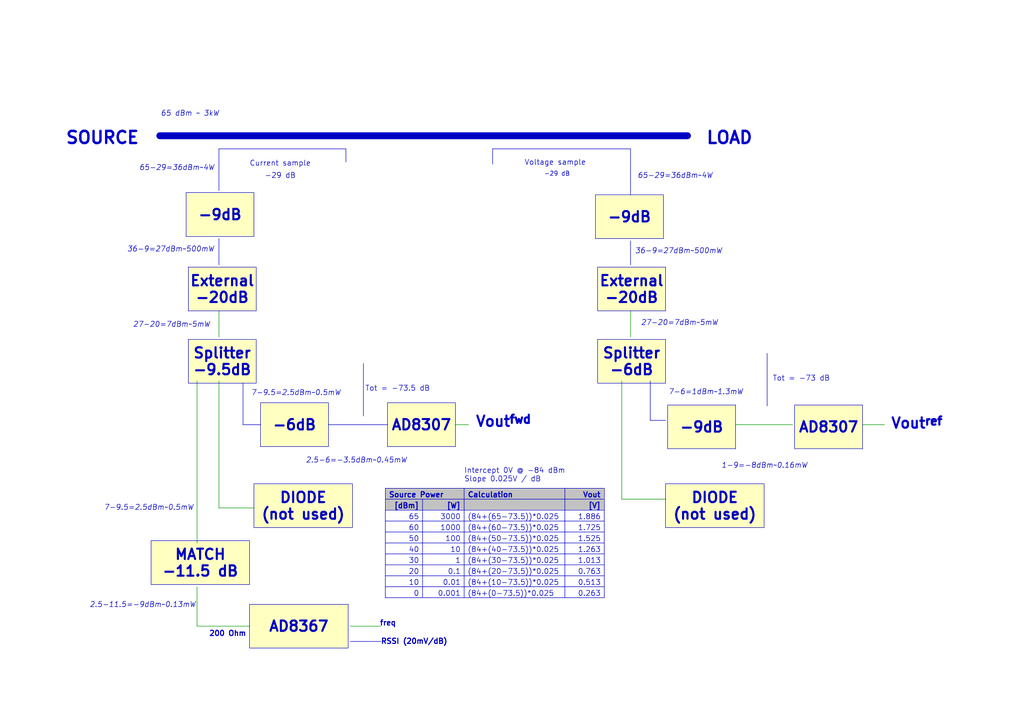
<source format=kicad_sch>
(kicad_sch
	(version 20250114)
	(generator "eeschema")
	(generator_version "9.0")
	(uuid "61fe1ef8-0db8-4ed9-ae67-881f48894fa7")
	(paper "A4")
	(lib_symbols)
	(text "36-9=27dBm~500mW"
		(exclude_from_sim no)
		(at 196.85 72.898 0)
		(effects
			(font
				(size 1.524 1.524)
				(italic yes)
			)
		)
		(uuid "0ef13c50-540e-49eb-9aac-e44673cf1654")
	)
	(text "7-6=1dBm~1.3mW"
		(exclude_from_sim no)
		(at 204.724 113.792 0)
		(effects
			(font
				(size 1.524 1.524)
				(italic yes)
			)
		)
		(uuid "16dd606a-6f27-4700-a950-5067a1430e99")
	)
	(text "RSSI (20mV/dB)"
		(exclude_from_sim no)
		(at 120.142 186.182 0)
		(effects
			(font
				(size 1.524 1.524)
				(thickness 0.3048)
				(bold yes)
			)
		)
		(uuid "192961c0-3c98-469e-9d9f-156af99643a7")
	)
	(text "Voltage sample"
		(exclude_from_sim no)
		(at 161.036 47.244 0)
		(effects
			(font
				(size 1.524 1.524)
			)
		)
		(uuid "1a245a6c-27e7-431d-87ce-56aa9844eb46")
	)
	(text "65 dBm ~ 3kW"
		(exclude_from_sim no)
		(at 55.118 33.02 0)
		(effects
			(font
				(size 1.524 1.524)
				(italic yes)
			)
		)
		(uuid "2e84081e-79c4-4560-bc0d-26597e88604a")
	)
	(text "SOURCE"
		(exclude_from_sim no)
		(at 29.718 40.132 0)
		(effects
			(font
				(size 3.5 3.5)
				(thickness 0.7)
				(bold yes)
			)
		)
		(uuid "43670893-7fd4-4998-950d-2e71082bb822")
	)
	(text "200 Ohm"
		(exclude_from_sim no)
		(at 66.04 183.896 0)
		(effects
			(font
				(size 1.524 1.524)
				(thickness 0.3048)
				(bold yes)
			)
		)
		(uuid "54e84358-9e81-403d-a78c-2e7b26960d9f")
	)
	(text "1-9=-8dBm~0.16mW"
		(exclude_from_sim no)
		(at 221.742 135.128 0)
		(effects
			(font
				(size 1.524 1.524)
				(italic yes)
			)
		)
		(uuid "5ce71685-e7b8-4cf8-991e-1b4b45bcde3d")
	)
	(text "2.5-6=-3.5dBm~0.45mW"
		(exclude_from_sim no)
		(at 103.378 133.604 0)
		(effects
			(font
				(size 1.524 1.524)
				(italic yes)
			)
		)
		(uuid "73be94ba-37df-41bf-aef0-86760d67f12a")
	)
	(text "Current sample"
		(exclude_from_sim no)
		(at 81.28 47.498 0)
		(effects
			(font
				(size 1.524 1.524)
			)
		)
		(uuid "7463c73a-e011-4ca1-9a3f-5a406956b10f")
	)
	(text "-29 dB"
		(exclude_from_sim no)
		(at 81.28 51.054 0)
		(effects
			(font
				(size 1.524 1.524)
			)
		)
		(uuid "768ebd7a-3ac8-4fb6-be15-928849902f44")
	)
	(text "Intercept 0V @ -84 dBm\nSlope 0.025V / dB\n"
		(exclude_from_sim no)
		(at 134.62 139.954 0)
		(effects
			(font
				(size 1.524 1.524)
			)
			(justify left bottom)
		)
		(uuid "7ba460db-f6c9-49bd-a252-e3415bf43bb0")
	)
	(text "7-9.5=2.5dBm~0.5mW"
		(exclude_from_sim no)
		(at 43.18 147.32 0)
		(effects
			(font
				(size 1.524 1.524)
				(italic yes)
			)
		)
		(uuid "8428078d-8ce0-469f-ba94-ad5092627ec2")
	)
	(text "Tot = -73.5 dB"
		(exclude_from_sim no)
		(at 115.316 112.776 0)
		(effects
			(font
				(size 1.524 1.524)
			)
		)
		(uuid "88ab0985-e04d-4c75-ae9a-541e44cc8e5a")
	)
	(text "Vout^{fwd}"
		(exclude_from_sim no)
		(at 146.05 122.428 0)
		(effects
			(font
				(size 3 3)
				(thickness 0.6)
				(bold yes)
			)
		)
		(uuid "89ae5fb2-71d2-4f5c-b7cf-8140ee503c17")
	)
	(text "27-20=7dBm~5mW"
		(exclude_from_sim no)
		(at 49.784 94.234 0)
		(effects
			(font
				(size 1.524 1.524)
				(italic yes)
			)
		)
		(uuid "8da0847c-6a1d-4ba8-95b0-3fd1cf6bc32a")
	)
	(text "7-9.5=2.5dBm~0.5mW"
		(exclude_from_sim no)
		(at 85.852 114.046 0)
		(effects
			(font
				(size 1.524 1.524)
				(italic yes)
			)
		)
		(uuid "9ea85846-7ac1-45f1-9a2b-a9773a46ffa0")
	)
	(text "-29 dB"
		(exclude_from_sim no)
		(at 161.544 50.546 0)
		(effects
			(font
				(size 1.27 1.27)
			)
		)
		(uuid "a4351c85-bbf3-469a-9b6b-758a0b7b9510")
	)
	(text "Tot = -73 dB"
		(exclude_from_sim no)
		(at 232.41 109.855 0)
		(effects
			(font
				(size 1.524 1.524)
			)
		)
		(uuid "a71daff4-d4cf-4fad-bd95-6af7178553e3")
	)
	(text "freq"
		(exclude_from_sim no)
		(at 112.522 180.848 0)
		(effects
			(font
				(size 1.524 1.524)
				(thickness 0.3048)
				(bold yes)
			)
		)
		(uuid "b5f409d4-a195-4be7-a944-8e5b29605184")
	)
	(text "Vout^{ref}"
		(exclude_from_sim no)
		(at 265.938 122.936 0)
		(effects
			(font
				(size 3 3)
				(thickness 0.6)
				(bold yes)
			)
		)
		(uuid "cf90f230-6fa9-4f1a-8deb-d787ae1d7f29")
	)
	(text "2.5-11.5=-9dBm~0.13mW"
		(exclude_from_sim no)
		(at 41.402 175.514 0)
		(effects
			(font
				(size 1.524 1.524)
				(italic yes)
			)
		)
		(uuid "ded2fc1e-9e4c-4ef6-ae52-960a1da55800")
	)
	(text "LOAD"
		(exclude_from_sim no)
		(at 211.582 40.132 0)
		(effects
			(font
				(size 3.5 3.5)
				(thickness 0.7)
				(bold yes)
			)
		)
		(uuid "e258196f-9dd5-476f-bb43-aad56d7767a5")
	)
	(text "65-29=36dBm~4W"
		(exclude_from_sim no)
		(at 51.308 48.768 0)
		(effects
			(font
				(size 1.524 1.524)
				(italic yes)
			)
		)
		(uuid "e570dc67-639e-4786-b067-4e5a86046fab")
	)
	(text "36-9=27dBm~500mW"
		(exclude_from_sim no)
		(at 49.53 72.39 0)
		(effects
			(font
				(size 1.524 1.524)
				(italic yes)
			)
		)
		(uuid "eacf7e4c-c069-4a3f-b778-a19dc1742772")
	)
	(text "27-20=7dBm~5mW"
		(exclude_from_sim no)
		(at 197.104 93.726 0)
		(effects
			(font
				(size 1.524 1.524)
				(italic yes)
			)
		)
		(uuid "f2ff033b-1d09-4c57-b31a-1befd67bbca7")
	)
	(text "65-29=36dBm~4W"
		(exclude_from_sim no)
		(at 195.834 51.054 0)
		(effects
			(font
				(size 1.524 1.524)
				(italic yes)
			)
		)
		(uuid "fab9750c-cbc5-426e-9000-d9e78d1bfa3a")
	)
	(text_box "-9dB"
		(exclude_from_sim no)
		(at 172.72 56.515 0)
		(size 19.685 12.7)
		(margins 0.9525 0.9525 0.9525 0.9525)
		(stroke
			(width 0)
			(type solid)
		)
		(fill
			(type color)
			(color 255 255 194 1)
		)
		(effects
			(font
				(size 3 3)
				(thickness 0.6)
				(bold yes)
			)
		)
		(uuid "02bcecd2-6d49-4202-91a5-7ff707d7a369")
	)
	(text_box "MATCH\n-11.5 dB\n"
		(exclude_from_sim no)
		(at 43.815 156.845 0)
		(size 28.575 12.7)
		(margins 0.9525 0.9525 0.9525 0.9525)
		(stroke
			(width 0)
			(type solid)
		)
		(fill
			(type color)
			(color 255 255 194 1)
		)
		(effects
			(font
				(size 3 3)
				(thickness 0.6)
				(bold yes)
			)
		)
		(uuid "03688703-1098-4f54-b607-8c37657d1dae")
	)
	(text_box "AD8307"
		(exclude_from_sim no)
		(at 230.505 117.475 0)
		(size 19.685 12.7)
		(margins 0.9525 0.9525 0.9525 0.9525)
		(stroke
			(width 0)
			(type solid)
		)
		(fill
			(type color)
			(color 255 255 194 1)
		)
		(effects
			(font
				(size 3 3)
				(thickness 0.6)
				(bold yes)
			)
		)
		(uuid "118ad3cf-5af3-4f45-b991-1ae69979553f")
	)
	(text_box "External\n-20dB"
		(exclude_from_sim no)
		(at 54.61 77.47 0)
		(size 19.685 12.7)
		(margins 0.9525 0.9525 0.9525 0.9525)
		(stroke
			(width 0)
			(type solid)
		)
		(fill
			(type color)
			(color 255 255 194 1)
		)
		(effects
			(font
				(size 3 3)
				(thickness 0.6)
				(bold yes)
			)
		)
		(uuid "1a70fa1e-0d4d-488a-9d00-431a27025a2c")
	)
	(text_box "Splitter\n-9.5dB"
		(exclude_from_sim no)
		(at 54.61 98.425 0)
		(size 19.685 12.7)
		(margins 0.9525 0.9525 0.9525 0.9525)
		(stroke
			(width 0)
			(type solid)
		)
		(fill
			(type color)
			(color 255 255 194 1)
		)
		(effects
			(font
				(size 3 3)
				(thickness 0.6)
				(bold yes)
			)
		)
		(uuid "20c80319-fe7b-44a8-a9d1-67ecc0340321")
	)
	(text_box "DIODE \n(not used)"
		(exclude_from_sim no)
		(at 193.04 140.335 0)
		(size 28.575 12.7)
		(margins 0.9525 0.9525 0.9525 0.9525)
		(stroke
			(width 0)
			(type solid)
		)
		(fill
			(type color)
			(color 255 255 194 1)
		)
		(effects
			(font
				(size 3 3)
				(thickness 0.6)
				(bold yes)
			)
		)
		(uuid "2515a356-a517-4b5d-b345-c2234804c60e")
	)
	(text_box "-6dB"
		(exclude_from_sim no)
		(at 75.565 116.84 0)
		(size 19.685 12.7)
		(margins 0.9525 0.9525 0.9525 0.9525)
		(stroke
			(width 0)
			(type solid)
		)
		(fill
			(type color)
			(color 255 255 194 1)
		)
		(effects
			(font
				(size 3 3)
				(thickness 0.6)
				(bold yes)
			)
		)
		(uuid "472abb3d-2b0c-4111-968f-d66ac37072b3")
	)
	(text_box "-9dB"
		(exclude_from_sim no)
		(at 193.675 117.475 0)
		(size 19.685 12.7)
		(margins 0.9525 0.9525 0.9525 0.9525)
		(stroke
			(width 0)
			(type solid)
		)
		(fill
			(type color)
			(color 255 255 194 1)
		)
		(effects
			(font
				(size 3 3)
				(thickness 0.6)
				(bold yes)
			)
		)
		(uuid "4bc5bc5b-8729-45bc-b2e3-3033d23eba0c")
	)
	(text_box "AD8307"
		(exclude_from_sim no)
		(at 112.395 116.84 0)
		(size 19.685 12.7)
		(margins 0.9525 0.9525 0.9525 0.9525)
		(stroke
			(width 0)
			(type solid)
		)
		(fill
			(type color)
			(color 255 255 194 1)
		)
		(effects
			(font
				(size 3 3)
				(thickness 0.6)
				(bold yes)
			)
		)
		(uuid "66f3d90e-de67-4423-aa51-0f5840b72892")
	)
	(text_box "-9dB"
		(exclude_from_sim no)
		(at 53.975 55.88 0)
		(size 19.685 12.7)
		(margins 0.9525 0.9525 0.9525 0.9525)
		(stroke
			(width 0)
			(type solid)
		)
		(fill
			(type color)
			(color 255 255 194 1)
		)
		(effects
			(font
				(size 3 3)
				(thickness 0.6)
				(bold yes)
			)
		)
		(uuid "70b33b38-ff8c-4d86-9f43-b13d40845ad0")
	)
	(text_box "Splitter\n-6dB"
		(exclude_from_sim no)
		(at 173.355 98.425 0)
		(size 19.685 12.7)
		(margins 0.9525 0.9525 0.9525 0.9525)
		(stroke
			(width 0)
			(type solid)
		)
		(fill
			(type color)
			(color 255 255 194 1)
		)
		(effects
			(font
				(size 3 3)
				(thickness 0.6)
				(bold yes)
			)
		)
		(uuid "9ddf9e2d-2e70-4ffb-b618-e69ca855da4f")
	)
	(text_box "External\n-20dB"
		(exclude_from_sim no)
		(at 173.355 77.47 0)
		(size 19.685 12.7)
		(margins 0.9525 0.9525 0.9525 0.9525)
		(stroke
			(width 0)
			(type solid)
		)
		(fill
			(type color)
			(color 255 255 194 1)
		)
		(effects
			(font
				(size 3 3)
				(thickness 0.6)
				(bold yes)
			)
		)
		(uuid "c2f4213b-0ad0-4db7-830d-81074d621247")
	)
	(text_box "AD8367 \n"
		(exclude_from_sim no)
		(at 72.39 175.26 0)
		(size 28.575 12.7)
		(margins 0.9525 0.9525 0.9525 0.9525)
		(stroke
			(width 0)
			(type solid)
		)
		(fill
			(type color)
			(color 255 255 194 1)
		)
		(effects
			(font
				(size 3 3)
				(thickness 0.6)
				(bold yes)
			)
		)
		(uuid "edfc2b67-e8cd-428d-afdc-e3f1918f0760")
	)
	(text_box "DIODE \n(not used)"
		(exclude_from_sim no)
		(at 73.66 140.335 0)
		(size 28.575 12.7)
		(margins 0.9525 0.9525 0.9525 0.9525)
		(stroke
			(width 0)
			(type solid)
		)
		(fill
			(type color)
			(color 255 255 194 1)
		)
		(effects
			(font
				(size 3 3)
				(thickness 0.6)
				(bold yes)
			)
		)
		(uuid "fc9d7b7b-ac82-4fb7-848f-a56f05116cef")
	)
	(wire
		(pts
			(xy 63.5 90.17) (xy 63.5 97.79)
		)
		(stroke
			(width 0)
			(type default)
		)
		(uuid "0acdf5e0-c83d-476a-b499-3a7c88e2a4a0")
	)
	(polyline
		(pts
			(xy 188.595 121.92) (xy 193.04 121.92)
		)
		(stroke
			(width 0)
			(type default)
		)
		(uuid "0ce5cab2-383f-43a0-b020-82c39c95c82c")
	)
	(polyline
		(pts
			(xy 46.355 39.37) (xy 199.39 39.37)
		)
		(stroke
			(width 2)
			(type solid)
		)
		(uuid "11f5c3e3-ad5b-40be-966b-2cfde8d97efe")
	)
	(polyline
		(pts
			(xy 182.88 43.18) (xy 182.88 56.515)
		)
		(stroke
			(width 0)
			(type default)
		)
		(uuid "17ebc8ce-0164-43c9-9fcb-19eed3a83b21")
	)
	(polyline
		(pts
			(xy 70.485 111.125) (xy 70.485 123.19)
		)
		(stroke
			(width 0)
			(type default)
		)
		(uuid "34ff7698-a808-4fbc-a102-1f6f93b10464")
	)
	(wire
		(pts
			(xy 180.34 110.49) (xy 180.34 144.78)
		)
		(stroke
			(width 0)
			(type default)
		)
		(uuid "480d3a0b-bb17-43f0-935d-e4b18225f72b")
	)
	(wire
		(pts
			(xy 250.19 123.19) (xy 256.54 123.19)
		)
		(stroke
			(width 0)
			(type default)
		)
		(uuid "54638338-77a0-4e47-9f81-0ebae496085c")
	)
	(polyline
		(pts
			(xy 105.41 105.41) (xy 105.41 120.65)
		)
		(stroke
			(width 0)
			(type default)
		)
		(uuid "59ae25b0-dec4-4c12-ac08-35b4690d68fa")
	)
	(polyline
		(pts
			(xy 95.25 123.19) (xy 112.395 123.19)
		)
		(stroke
			(width 0)
			(type default)
		)
		(uuid "625d828e-195d-4cc8-be47-32adbcc9bbc0")
	)
	(wire
		(pts
			(xy 101.6 181.61) (xy 110.49 181.61)
		)
		(stroke
			(width 0)
			(type default)
		)
		(uuid "659f7710-15bf-4d4f-8970-46f283a7faaf")
	)
	(polyline
		(pts
			(xy 188.595 110.49) (xy 188.595 121.92)
		)
		(stroke
			(width 0)
			(type default)
		)
		(uuid "67c9fbdc-7b7b-44ad-8b51-0efc4ce1d718")
	)
	(wire
		(pts
			(xy 57.15 181.61) (xy 72.39 181.61)
		)
		(stroke
			(width 0)
			(type default)
		)
		(uuid "7d514d44-dcbf-4140-a4e8-32c6dde8ec64")
	)
	(polyline
		(pts
			(xy 100.33 43.18) (xy 63.5 43.18)
		)
		(stroke
			(width 0)
			(type default)
		)
		(uuid "83ec6442-07b5-4801-be48-5bb62c9cc081")
	)
	(wire
		(pts
			(xy 180.34 144.78) (xy 193.04 144.78)
		)
		(stroke
			(width 0)
			(type default)
		)
		(uuid "863c0c67-2e83-4c39-a635-dbcbe2e4c810")
	)
	(wire
		(pts
			(xy 213.36 123.19) (xy 229.87 123.19)
		)
		(stroke
			(width 0)
			(type default)
		)
		(uuid "94feeaed-34b0-4550-8491-2ec17aa3f3f1")
	)
	(polyline
		(pts
			(xy 142.875 43.18) (xy 182.88 43.18)
		)
		(stroke
			(width 0)
			(type default)
		)
		(uuid "97d34819-b06a-4635-a1f7-29062363a2ac")
	)
	(wire
		(pts
			(xy 57.15 110.49) (xy 57.15 157.48)
		)
		(stroke
			(width 0)
			(type default)
		)
		(uuid "9aaa6186-d3a1-4b8c-9abf-9b20e6f427ff")
	)
	(polyline
		(pts
			(xy 101.6 186.055) (xy 110.49 186.055)
		)
		(stroke
			(width 0)
			(type default)
		)
		(uuid "9cd06270-867d-4984-9d3a-11d0361ee93b")
	)
	(polyline
		(pts
			(xy 222.504 102.489) (xy 222.504 117.729)
		)
		(stroke
			(width 0)
			(type default)
		)
		(uuid "a8940cae-d92e-4c7e-bdb6-e832f77211db")
	)
	(wire
		(pts
			(xy 63.5 147.32) (xy 63.5 110.49)
		)
		(stroke
			(width 0)
			(type default)
		)
		(uuid "ad6db3c6-a1be-4cbc-9c7c-6c1d7eb86438")
	)
	(polyline
		(pts
			(xy 63.5 69.215) (xy 63.5 76.835)
		)
		(stroke
			(width 0)
			(type default)
		)
		(uuid "afd00daa-3613-4e1d-b830-66118a14dd9c")
	)
	(wire
		(pts
			(xy 73.66 147.32) (xy 63.5 147.32)
		)
		(stroke
			(width 0)
			(type default)
		)
		(uuid "b92e5ec4-bc58-4a20-a1ef-d8d4a521aada")
	)
	(polyline
		(pts
			(xy 142.875 47.625) (xy 142.875 43.18)
		)
		(stroke
			(width 0)
			(type default)
		)
		(uuid "c35f3bcc-a4ff-4293-9cc7-7d3609762ea9")
	)
	(polyline
		(pts
			(xy 70.485 123.19) (xy 75.565 123.19)
		)
		(stroke
			(width 0)
			(type default)
		)
		(uuid "cce07006-99c6-4449-ac98-cd1a6746f5f9")
	)
	(polyline
		(pts
			(xy 63.5 43.18) (xy 63.5 55.245)
		)
		(stroke
			(width 0)
			(type default)
		)
		(uuid "d4fca41a-2309-4b16-9d8b-0a9b672fd8af")
	)
	(polyline
		(pts
			(xy 100.33 46.99) (xy 100.33 43.18)
		)
		(stroke
			(width 0)
			(type default)
		)
		(uuid "dcb19874-a19d-4fa8-b8a2-993d84b7f653")
	)
	(polyline
		(pts
			(xy 182.88 69.85) (xy 182.88 76.835)
		)
		(stroke
			(width 0)
			(type default)
		)
		(uuid "e90a372e-bd6f-4c0c-8a2a-6d6680af7d96")
	)
	(wire
		(pts
			(xy 57.15 170.18) (xy 57.15 181.61)
		)
		(stroke
			(width 0)
			(type default)
		)
		(uuid "f1bb2640-f514-477f-afda-9919c78cf4e5")
	)
	(wire
		(pts
			(xy 132.08 123.19) (xy 135.89 123.19)
		)
		(stroke
			(width 0)
			(type default)
		)
		(uuid "f7b4fb14-32b3-4338-a549-bc13d408fee1")
	)
	(wire
		(pts
			(xy 182.88 90.17) (xy 182.88 97.79)
		)
		(stroke
			(width 0)
			(type default)
		)
		(uuid "fba6c5be-b6f9-49e2-be52-45470e249509")
	)
	(table
		(column_count 4)
		(border
			(external yes)
			(header yes)
			(stroke
				(width 0)
				(type solid)
			)
		)
		(separators
			(rows yes)
			(cols yes)
			(stroke
				(width 0)
				(type solid)
			)
		)
		(column_widths 10.795 12.065 29.21 11.43)
		(row_heights 3.175 3.175 3.175 3.175 3.175 3.175 3.175 3.175 3.175 3.175)
		(cells
			(table_cell "Source Power"
				(exclude_from_sim no)
				(at 111.76 141.605 0)
				(size 22.86 3.175)
				(margins 0.9525 0.9525 0.9525 0.9525)
				(span 2 1)
				(fill
					(type color)
					(color 194 194 194 1)
				)
				(effects
					(font
						(size 1.524 1.524)
						(thickness 0.3048)
						(bold yes)
					)
					(justify left top)
				)
				(uuid "8180e320-7936-454d-86d2-a3efb7e9f604")
			)
			(table_cell ""
				(exclude_from_sim no)
				(at 122.555 141.605 0)
				(size 12.065 3.175)
				(margins 0.9525 0.9525 0.9525 0.9525)
				(span 0 0)
				(fill
					(type color)
					(color 194 194 194 1)
				)
				(effects
					(font
						(size 1.524 1.524)
					)
					(justify right top)
				)
				(uuid "c23b7cbe-9a71-422b-b04c-53a0df16b68f")
			)
			(table_cell "Calculation"
				(exclude_from_sim no)
				(at 134.62 141.605 0)
				(size 29.21 3.175)
				(margins 0.9525 0.9525 0.9525 0.9525)
				(span 1 1)
				(fill
					(type color)
					(color 194 194 194 1)
				)
				(effects
					(font
						(size 1.524 1.524)
						(thickness 0.3048)
						(bold yes)
					)
					(justify left top)
				)
				(uuid "9091862a-a842-4412-a082-4c186208af65")
			)
			(table_cell "Vout"
				(exclude_from_sim no)
				(at 163.83 141.605 0)
				(size 11.43 3.175)
				(margins 0.9525 0.9525 0.9525 0.9525)
				(span 1 1)
				(fill
					(type color)
					(color 194 194 194 1)
				)
				(effects
					(font
						(size 1.524 1.524)
						(thickness 0.3048)
						(bold yes)
					)
					(justify right top)
				)
				(uuid "537eefaf-c913-4905-9ed7-4f2032c8a4d6")
			)
			(table_cell "[dBm]"
				(exclude_from_sim no)
				(at 111.76 144.78 0)
				(size 10.795 3.175)
				(margins 0.9525 0.9525 0.9525 0.9525)
				(span 1 1)
				(fill
					(type color)
					(color 194 194 194 1)
				)
				(effects
					(font
						(size 1.524 1.524)
						(thickness 0.3048)
						(bold yes)
					)
					(justify right top)
				)
				(uuid "4445c582-efae-4292-bf3d-d4845749d7f7")
			)
			(table_cell "[W]"
				(exclude_from_sim no)
				(at 122.555 144.78 0)
				(size 12.065 3.175)
				(margins 0.9525 0.9525 0.9525 0.9525)
				(span 1 1)
				(fill
					(type color)
					(color 194 194 194 1)
				)
				(effects
					(font
						(size 1.524 1.524)
						(thickness 0.3048)
						(bold yes)
					)
					(justify right top)
				)
				(uuid "9ca82671-8b62-4ea3-b218-5a1f22256b85")
			)
			(table_cell ""
				(exclude_from_sim no)
				(at 134.62 144.78 0)
				(size 29.21 3.175)
				(margins 0.9525 0.9525 0.9525 0.9525)
				(span 1 1)
				(fill
					(type color)
					(color 194 194 194 1)
				)
				(effects
					(font
						(size 1.524 1.524)
					)
					(justify left top)
				)
				(uuid "3b83f3c0-947b-4232-889c-b7683246283b")
			)
			(table_cell "[V]"
				(exclude_from_sim no)
				(at 163.83 144.78 0)
				(size 11.43 3.175)
				(margins 0.9525 0.9525 0.9525 0.9525)
				(span 1 1)
				(fill
					(type color)
					(color 194 194 194 1)
				)
				(effects
					(font
						(size 1.524 1.524)
						(thickness 0.3048)
						(bold yes)
					)
					(justify right top)
				)
				(uuid "6db15dbc-62e0-4efa-ab5a-3c8ed5658286")
			)
			(table_cell "65"
				(exclude_from_sim no)
				(at 111.76 147.955 0)
				(size 10.795 3.175)
				(margins 0.9525 0.9525 0.9525 0.9525)
				(span 1 1)
				(fill
					(type none)
				)
				(effects
					(font
						(size 1.524 1.524)
					)
					(justify right top)
				)
				(uuid "6c5748b6-fc92-45dc-b6bc-e7943433b73d")
			)
			(table_cell "3000"
				(exclude_from_sim no)
				(at 122.555 147.955 0)
				(size 12.065 3.175)
				(margins 0.9525 0.9525 0.9525 0.9525)
				(span 1 1)
				(fill
					(type none)
				)
				(effects
					(font
						(size 1.524 1.524)
					)
					(justify right top)
				)
				(uuid "bdb2f0b4-916b-4e75-b827-b9e9bf238af6")
			)
			(table_cell "(84+(65-73.5))*0.025"
				(exclude_from_sim no)
				(at 134.62 147.955 0)
				(size 29.21 3.175)
				(margins 0.9525 0.9525 0.9525 0.9525)
				(span 1 1)
				(fill
					(type none)
				)
				(effects
					(font
						(size 1.524 1.524)
					)
					(justify left top)
				)
				(uuid "1e9c0374-6311-495c-99b1-1ed2524ebfb6")
			)
			(table_cell "1.886"
				(exclude_from_sim no)
				(at 163.83 147.955 0)
				(size 11.43 3.175)
				(margins 0.9525 0.9525 0.9525 0.9525)
				(span 1 1)
				(fill
					(type none)
				)
				(effects
					(font
						(size 1.524 1.524)
					)
					(justify right top)
				)
				(uuid "52cd06d7-1884-43fb-96e9-e3d53930c22f")
			)
			(table_cell "60"
				(exclude_from_sim no)
				(at 111.76 151.13 0)
				(size 10.795 3.175)
				(margins 0.9525 0.9525 0.9525 0.9525)
				(span 1 1)
				(fill
					(type none)
				)
				(effects
					(font
						(size 1.524 1.524)
					)
					(justify right top)
				)
				(uuid "f9299bc6-cd11-4c45-a4aa-97166ac5dffb")
			)
			(table_cell "1000"
				(exclude_from_sim no)
				(at 122.555 151.13 0)
				(size 12.065 3.175)
				(margins 0.9525 0.9525 0.9525 0.9525)
				(span 1 1)
				(fill
					(type none)
				)
				(effects
					(font
						(size 1.524 1.524)
					)
					(justify right top)
				)
				(uuid "a56a03b3-4a82-46f6-857d-95bdd7dadc17")
			)
			(table_cell "(84+(60-73.5))*0.025"
				(exclude_from_sim no)
				(at 134.62 151.13 0)
				(size 29.21 3.175)
				(margins 0.9525 0.9525 0.9525 0.9525)
				(span 1 1)
				(fill
					(type none)
				)
				(effects
					(font
						(size 1.524 1.524)
					)
					(justify left top)
				)
				(uuid "362acb1b-67f4-4b3e-8351-77e02e4003e8")
			)
			(table_cell "1.725"
				(exclude_from_sim no)
				(at 163.83 151.13 0)
				(size 11.43 3.175)
				(margins 0.9525 0.9525 0.9525 0.9525)
				(span 1 1)
				(fill
					(type none)
				)
				(effects
					(font
						(size 1.524 1.524)
					)
					(justify right top)
				)
				(uuid "8404ecb3-0386-474f-a30d-7ffc5761867b")
			)
			(table_cell "50"
				(exclude_from_sim no)
				(at 111.76 154.305 0)
				(size 10.795 3.175)
				(margins 0.9525 0.9525 0.9525 0.9525)
				(span 1 1)
				(fill
					(type none)
				)
				(effects
					(font
						(size 1.524 1.524)
					)
					(justify right top)
				)
				(uuid "afc2b8b5-d226-4b28-8a83-cc113c367bb6")
			)
			(table_cell "100"
				(exclude_from_sim no)
				(at 122.555 154.305 0)
				(size 12.065 3.175)
				(margins 0.9525 0.9525 0.9525 0.9525)
				(span 1 1)
				(fill
					(type none)
				)
				(effects
					(font
						(size 1.524 1.524)
					)
					(justify right top)
				)
				(uuid "4ca98f76-0d1b-470a-878b-d1de36841e95")
			)
			(table_cell "(84+(50-73.5))*0.025"
				(exclude_from_sim no)
				(at 134.62 154.305 0)
				(size 29.21 3.175)
				(margins 0.9525 0.9525 0.9525 0.9525)
				(span 1 1)
				(fill
					(type none)
				)
				(effects
					(font
						(size 1.524 1.524)
					)
					(justify left top)
				)
				(uuid "da6d7375-2aac-4318-9ad2-5d1487e9a33c")
			)
			(table_cell "1.525"
				(exclude_from_sim no)
				(at 163.83 154.305 0)
				(size 11.43 3.175)
				(margins 0.9525 0.9525 0.9525 0.9525)
				(span 1 1)
				(fill
					(type none)
				)
				(effects
					(font
						(size 1.524 1.524)
					)
					(justify right top)
				)
				(uuid "24ce71b0-a543-4aeb-88cf-6755e7088694")
			)
			(table_cell "40"
				(exclude_from_sim no)
				(at 111.76 157.48 0)
				(size 10.795 3.175)
				(margins 0.9525 0.9525 0.9525 0.9525)
				(span 1 1)
				(fill
					(type none)
				)
				(effects
					(font
						(size 1.524 1.524)
					)
					(justify right top)
				)
				(uuid "909c0953-e1f7-44a3-a2a2-4043b9bed18b")
			)
			(table_cell "10"
				(exclude_from_sim no)
				(at 122.555 157.48 0)
				(size 12.065 3.175)
				(margins 0.9525 0.9525 0.9525 0.9525)
				(span 1 1)
				(fill
					(type none)
				)
				(effects
					(font
						(size 1.524 1.524)
					)
					(justify right top)
				)
				(uuid "f01594a8-b7e6-4f59-a648-1e88c35e45f3")
			)
			(table_cell "(84+(40-73.5))*0.025"
				(exclude_from_sim no)
				(at 134.62 157.48 0)
				(size 29.21 3.175)
				(margins 0.9525 0.9525 0.9525 0.9525)
				(span 1 1)
				(fill
					(type none)
				)
				(effects
					(font
						(size 1.524 1.524)
					)
					(justify left top)
				)
				(uuid "dfe6a8d1-73ef-48c3-adbc-23387666614e")
			)
			(table_cell "1.263"
				(exclude_from_sim no)
				(at 163.83 157.48 0)
				(size 11.43 3.175)
				(margins 0.9525 0.9525 0.9525 0.9525)
				(span 1 1)
				(fill
					(type none)
				)
				(effects
					(font
						(size 1.524 1.524)
					)
					(justify right top)
				)
				(uuid "da4f3e6c-9c47-46ec-97db-d63e060248e9")
			)
			(table_cell "30"
				(exclude_from_sim no)
				(at 111.76 160.655 0)
				(size 10.795 3.175)
				(margins 0.9525 0.9525 0.9525 0.9525)
				(span 1 1)
				(fill
					(type none)
				)
				(effects
					(font
						(size 1.524 1.524)
					)
					(justify right top)
				)
				(uuid "0ecfa67e-7add-4950-aa20-059397f3f109")
			)
			(table_cell "1"
				(exclude_from_sim no)
				(at 122.555 160.655 0)
				(size 12.065 3.175)
				(margins 0.9525 0.9525 0.9525 0.9525)
				(span 1 1)
				(fill
					(type none)
				)
				(effects
					(font
						(size 1.524 1.524)
					)
					(justify right top)
				)
				(uuid "24dd62d4-0fe0-4fb9-8ea7-ae9a68e95d92")
			)
			(table_cell "(84+(30-73.5))*0.025"
				(exclude_from_sim no)
				(at 134.62 160.655 0)
				(size 29.21 3.175)
				(margins 0.9525 0.9525 0.9525 0.9525)
				(span 1 1)
				(fill
					(type none)
				)
				(effects
					(font
						(size 1.524 1.524)
					)
					(justify left top)
				)
				(uuid "e200ef3d-52ac-45f4-aeb7-bec149fd1b7a")
			)
			(table_cell "1.013"
				(exclude_from_sim no)
				(at 163.83 160.655 0)
				(size 11.43 3.175)
				(margins 0.9525 0.9525 0.9525 0.9525)
				(span 1 1)
				(fill
					(type none)
				)
				(effects
					(font
						(size 1.524 1.524)
					)
					(justify right top)
				)
				(uuid "aa3c514c-6871-4bf9-b5e4-29f82104e12c")
			)
			(table_cell "20"
				(exclude_from_sim no)
				(at 111.76 163.83 0)
				(size 10.795 3.175)
				(margins 0.9525 0.9525 0.9525 0.9525)
				(span 1 1)
				(fill
					(type none)
				)
				(effects
					(font
						(size 1.524 1.524)
					)
					(justify right top)
				)
				(uuid "66dae9e4-fe64-4380-9882-364a54bef0d0")
			)
			(table_cell "0.1"
				(exclude_from_sim no)
				(at 122.555 163.83 0)
				(size 12.065 3.175)
				(margins 0.9525 0.9525 0.9525 0.9525)
				(span 1 1)
				(fill
					(type none)
				)
				(effects
					(font
						(size 1.524 1.524)
					)
					(justify right top)
				)
				(uuid "ac7c2ed9-56f5-4cd4-a78c-b92b56147c6e")
			)
			(table_cell "(84+(20-73.5))*0.025"
				(exclude_from_sim no)
				(at 134.62 163.83 0)
				(size 29.21 3.175)
				(margins 0.9525 0.9525 0.9525 0.9525)
				(span 1 1)
				(fill
					(type none)
				)
				(effects
					(font
						(size 1.524 1.524)
					)
					(justify left top)
				)
				(uuid "b573a19c-b572-411b-9a6e-9bdec8cb5867")
			)
			(table_cell "0.763"
				(exclude_from_sim no)
				(at 163.83 163.83 0)
				(size 11.43 3.175)
				(margins 0.9525 0.9525 0.9525 0.9525)
				(span 1 1)
				(fill
					(type none)
				)
				(effects
					(font
						(size 1.524 1.524)
					)
					(justify right top)
				)
				(uuid "dac36ce5-809a-4648-980e-8aa43586353b")
			)
			(table_cell "10"
				(exclude_from_sim no)
				(at 111.76 167.005 0)
				(size 10.795 3.175)
				(margins 0.9525 0.9525 0.9525 0.9525)
				(span 1 1)
				(fill
					(type none)
				)
				(effects
					(font
						(size 1.524 1.524)
					)
					(justify right top)
				)
				(uuid "605a4f8d-f44d-411b-9d85-bef3884d0f9e")
			)
			(table_cell "0.01"
				(exclude_from_sim no)
				(at 122.555 167.005 0)
				(size 12.065 3.175)
				(margins 0.9525 0.9525 0.9525 0.9525)
				(span 1 1)
				(fill
					(type none)
				)
				(effects
					(font
						(size 1.524 1.524)
					)
					(justify right top)
				)
				(uuid "b210a5a0-eb5e-4021-abfb-94c99e0b8637")
			)
			(table_cell "(84+(10-73.5))*0.025"
				(exclude_from_sim no)
				(at 134.62 167.005 0)
				(size 29.21 3.175)
				(margins 0.9525 0.9525 0.9525 0.9525)
				(span 1 1)
				(fill
					(type none)
				)
				(effects
					(font
						(size 1.524 1.524)
					)
					(justify left top)
				)
				(uuid "529e4f7f-4175-4924-8f81-6072afac3258")
			)
			(table_cell "0.513"
				(exclude_from_sim no)
				(at 163.83 167.005 0)
				(size 11.43 3.175)
				(margins 0.9525 0.9525 0.9525 0.9525)
				(span 1 1)
				(fill
					(type none)
				)
				(effects
					(font
						(size 1.524 1.524)
					)
					(justify right top)
				)
				(uuid "0f03091a-693c-4e04-b266-88c1279cd800")
			)
			(table_cell "0"
				(exclude_from_sim no)
				(at 111.76 170.18 0)
				(size 10.795 3.175)
				(margins 0.9525 0.9525 0.9525 0.9525)
				(span 1 1)
				(fill
					(type none)
				)
				(effects
					(font
						(size 1.524 1.524)
					)
					(justify right top)
				)
				(uuid "191a2dae-ffe7-4d9a-8800-d048026e7dec")
			)
			(table_cell "0.001"
				(exclude_from_sim no)
				(at 122.555 170.18 0)
				(size 12.065 3.175)
				(margins 0.9525 0.9525 0.9525 0.9525)
				(span 1 1)
				(fill
					(type none)
				)
				(effects
					(font
						(size 1.524 1.524)
					)
					(justify right top)
				)
				(uuid "c5b130f3-8318-407b-b7f6-1550db2d668c")
			)
			(table_cell "(84+(0-73.5))*0.025"
				(exclude_from_sim no)
				(at 134.62 170.18 0)
				(size 29.21 3.175)
				(margins 0.9525 0.9525 0.9525 0.9525)
				(span 1 1)
				(fill
					(type none)
				)
				(effects
					(font
						(size 1.524 1.524)
					)
					(justify left top)
				)
				(uuid "6fade4bb-91e3-4bdb-b4f3-2c0faa1a2368")
			)
			(table_cell "0.263"
				(exclude_from_sim no)
				(at 163.83 170.18 0)
				(size 11.43 3.175)
				(margins 0.9525 0.9525 0.9525 0.9525)
				(span 1 1)
				(fill
					(type none)
				)
				(effects
					(font
						(size 1.524 1.524)
					)
					(justify right top)
				)
				(uuid "fb6aac64-0858-401c-b941-d9ea402aa5e7")
			)
		)
	)
)

</source>
